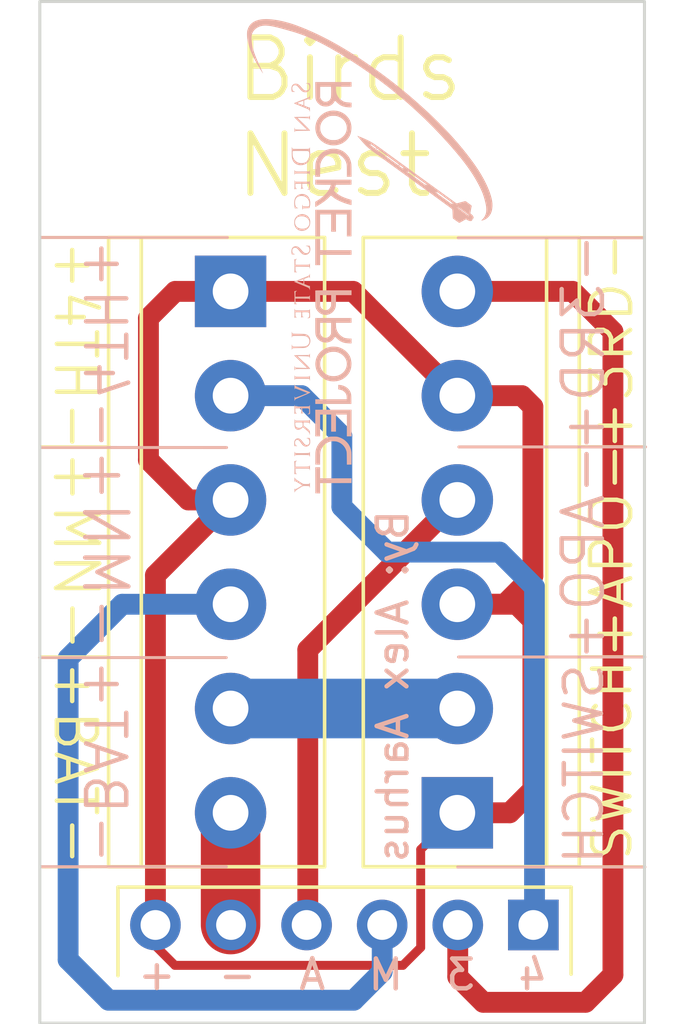
<source format=kicad_pcb>
(kicad_pcb (version 20221018) (generator pcbnew)
  (layers (0 "F.Cu" signal) (31 "B.Cu" signal) (34 "B.Paste" user) (35 "F.Paste" user) (36 "B.SilkS" user "B.Silkscreen") (37 "F.SilkS" user "F.Silkscreen") (38 "B.Mask" user) (39 "F.Mask" user) (44 "Edge.Cuts" user))
  (net 0 "")
  (net 1 "Power")
  (net 2 "GND")
  (net 3 "APO")
  (net 4 "Main")
  (net 5 "3rd")
  (net 6 "4th")
  (net 7 "Batt+")
  (footprint "TerminalBlock_Phoenix:TerminalBlock_Phoenix_PT-1,5-6-3.5-H_1x06_P3.50mm_Horizontal" (layer "F.Cu") (at 31.81 35.13 -90)
    (fp_text reference "J2" hide)
    (fp_text value "Screw_Terminal_01x06")
    (pad "1" thru_hole rect (at 0 0 270) (size 2.4 2.4) (drill 1.2) (layers "*.Cu" "*.Mask") (net 1 "Power"))
    (pad "2" thru_hole circle (at 3.5 0 270) (size 2.4 2.4) (drill 1.2) (layers "*.Cu" "*.Mask") (net 6 "4th"))
    (pad "3" thru_hole circle (at 7 0 270) (size 2.4 2.4) (drill 1.2) (layers "*.Cu" "*.Mask") (net 1 "Power"))
    (pad "4" thru_hole circle (at 10.5 0 270) (size 2.4 2.4) (drill 1.2) (layers "*.Cu" "*.Mask") (net 4 "Main"))
    (pad "5" thru_hole circle (at 14 0 270) (size 2.4 2.4) (drill 1.2) (layers "*.Cu" "*.Mask") (net 7 "Batt+"))
    (pad "6" thru_hole circle (at 17.5 0 270) (size 2.4 2.4) (drill 1.2) (layers "*.Cu" "*.Mask") (net 2 "GND"))
  )
  (footprint "MountingHole:MountingHole_3.2mm_M3" (layer "F.Cu") (at 29.21 29.21)
    (fp_text reference "H1" hide)
    (fp_text value "MountingHole")
    (pad "" np_thru_hole circle (at 0 0) (size 3.2 3.2) (drill 3.2) (layers "*.Cu" "*.Mask"))
  )
  (footprint "MountingHole:MountingHole_3.2mm_M3" (layer "F.Cu") (at 41.91 29.21)
    (fp_text reference "H2" hide)
    (fp_text value "MountingHole")
    (pad "" np_thru_hole circle (at 0 0) (size 3.2 3.2) (drill 3.2) (layers "*.Cu" "*.Mask"))
  )
  (footprint "TerminalBlock_Phoenix:TerminalBlock_Phoenix_PT-1,5-6-3.5-H_1x06_P3.50mm_Horizontal" (layer "F.Cu") (at 39.43 52.63 90)
    (fp_text reference "J3" hide)
    (fp_text value "Screw_Terminal_01x06")
    (pad "1" thru_hole rect (at 0 0 90) (size 2.4 2.4) (drill 1.2) (layers "*.Cu" "*.Mask") (net 1 "Power"))
    (pad "2" thru_hole circle (at 3.5 0 90) (size 2.4 2.4) (drill 1.2) (layers "*.Cu" "*.Mask") (net 7 "Batt+"))
    (pad "3" thru_hole circle (at 7 0 90) (size 2.4 2.4) (drill 1.2) (layers "*.Cu" "*.Mask") (net 1 "Power"))
    (pad "4" thru_hole circle (at 10.5 0 90) (size 2.4 2.4) (drill 1.2) (layers "*.Cu" "*.Mask") (net 3 "APO"))
    (pad "5" thru_hole circle (at 14 0 90) (size 2.4 2.4) (drill 1.2) (layers "*.Cu" "*.Mask") (net 1 "Power"))
    (pad "6" thru_hole circle (at 17.5 0 90) (size 2.4 2.4) (drill 1.2) (layers "*.Cu" "*.Mask") (net 5 "3rd"))
  )
  (footprint "Connector_PinHeader_2.54mm:PinHeader_1x06_P2.54mm_Horizontal" (layer "F.Cu") (at 41.985 56.395 -90)
    (fp_text reference "J1" hide)
    (fp_text value "Conn_01x06_Pin" hide)
    (pad "1" thru_hole rect (at 0 0 270) (size 1.7 1.7) (drill 1) (layers "*.Cu" "*.Mask") (net 6 "4th"))
    (pad "2" thru_hole oval (at 0 2.54 270) (size 1.7 1.7) (drill 1) (layers "*.Cu" "*.Mask") (net 5 "3rd"))
    (pad "3" thru_hole oval (at 0 5.08 270) (size 1.7 1.7) (drill 1) (layers "*.Cu" "*.Mask") (net 4 "Main"))
    (pad "4" thru_hole oval (at 0 7.62 270) (size 1.7 1.7) (drill 1) (layers "*.Cu" "*.Mask") (net 3 "APO"))
    (pad "5" thru_hole oval (at 0 10.16 270) (size 1.7 1.7) (drill 1) (layers "*.Cu" "*.Mask") (net 2 "GND"))
    (pad "6" thru_hole oval (at 0 12.7 270) (size 1.7 1.7) (drill 1) (layers "*.Cu" "*.Mask") (net 1 "Power"))
  )
  (footprint "LOGO:RP_Logo" (layer "B.Cu") (at 36.49 33.95 -90)
    (fp_text reference "G***" hide)
    (fp_text value "LOGO" hide)
  )
  (gr_line (start 39.48125 40.349999) (end 45.756251 40.35) (stroke (width 0.1)) (layer "B.SilkS"))
  (gr_line (start 39.46 33.33) (end 45.71875 33.330666) (stroke (width 0.1)) (layer "B.SilkS"))
  (gr_line (start 31.67 54.44) (end 25.4275 54.439334) (stroke (width 0.1)) (layer "B.SilkS"))
  (gr_line (start 31.705 33.32) (end 25.41 33.32) (stroke (width 0.1)) (layer "B.SilkS"))
  (gr_line (start 39.441249 54.45) (end 45.736251 54.45) (stroke (width 0.1)) (layer "B.SilkS"))
  (gr_line (start 31.675 40.37) (end 25.415 40.369333) (stroke (width 0.1)) (layer "B.SilkS"))
  (gr_line (start 39.47125 47.4) (end 45.73125 47.400667) (stroke (width 0.1)) (layer "B.SilkS"))
  (gr_line (start 31.665 47.420001) (end 25.389999 47.42) (stroke (width 0.1)) (layer "B.SilkS"))
  (gr_line (start 27.735 54.441) (end 25.485 54.45) (stroke (width 0.1)) (layer "F.SilkS"))
  (gr_line (start 45.69 54.438668) (end 43.53 54.44) (stroke (width 0.1)) (layer "F.SilkS"))
  (gr_line (start 27.725 47.392332) (end 25.415 47.392332) (stroke (width 0.1)) (layer "F.SilkS"))
  (gr_line (start 27.745 40.343666) (end 25.435 40.343666) (stroke (width 0.1)) (layer "F.SilkS"))
  (gr_line (start 45.7 40.341334) (end 43.53 40.34) (stroke (width 0.1)) (layer "F.SilkS"))
  (gr_line (start 45.665 33.317668) (end 43.53 33.319) (stroke (width 0.1)) (layer "F.SilkS"))
  (gr_line (start 45.68 47.39) (end 43.55 47.39) (stroke (width 0.1)) (layer "F.SilkS"))
  (gr_line (start 27.71 33.32) (end 25.41 33.32) (stroke (width 0.1)) (layer "F.SilkS"))
  (gr_rect (start 25.4 25.4) (end 45.72 59.69) (stroke (width 0.1)) (fill none) (layer "Edge.Cuts"))
  (gr_text "By: Alex Aarhus" (at 37.85 42.38 90) (layer "B.SilkS") (effects (font (size 1 1)) (justify left bottom mirror)))
  (gr_text "-" (at 32.757523 58.65) (layer "B.SilkS") (effects (font (size 1 1)) (justify left bottom mirror)))
  (gr_text "3" (at 40.118188 58.65) (layer "B.SilkS") (effects (font (size 1 1)) (justify left bottom mirror)))
  (gr_text "SWITCH" (at 44.4185 47.53 90) (layer "B.SilkS") (effects (font (size 1.25 1.25)) (justify left bottom mirror)))
  (gr_text "-MN+" (at 26.7385 47.27 270) (layer "B.SilkS") (effects (font (size 1.45 1.45)) (justify left bottom mirror)))
  (gr_text "-APO+" (at 44.46 40.170665 90) (layer "B.SilkS") (effects (font (size 1.35 1.35)) (justify left bottom mirror)))
  (gr_text "+" (at 30.05 58.64) (layer "B.SilkS") (effects (font (size 1 1)) (justify left bottom mirror)))
  (gr_text "-BAT+" (at 26.78 54.45 270) (layer "B.SilkS") (effects (font (size 1.35 1.35)) (justify left bottom mirror)))
  (gr_text "4" (at 42.54 58.65) (layer "B.SilkS") (effects (font (size 1 1)) (justify left bottom mirror)))
  (gr_text "M" (at 37.696379 58.65) (layer "B.SilkS") (effects (font (size 1 1)) (justify left bottom mirror)))
  (gr_text "-4TH+" (at 26.78 40.54 270) (layer "B.SilkS") (effects (font (size 1.35 1.35)) (justify left bottom mirror)))
  (gr_text "-3RD+" (at 44.46 33.09 90) (layer "B.SilkS") (effects (font (size 1.35 1.35)) (justify left bottom mirror)))
  (gr_text "A\n" (at 35.084094 58.64) (layer "B.SilkS") (effects (font (size 1 1)) (justify left bottom mirror)))
  (gr_text "+BAT-" (at 25.8 47.43 270) (layer "F.SilkS") (effects (font (size 1.35 1.35)) (justify left bottom)))
  (gr_text "+3RD-" (at 45.41 40.57 90) (layer "F.SilkS") (effects (font (size 1.35 1.35)) (justify left bottom)))
  (gr_text "+4TH-" (at 25.8 33.32 270) (layer "F.SilkS") (effects (font (size 1.35 1.35)) (justify left bottom)))
  (gr_text "SWITCH" (at 45.3685 54.319999 90) (layer "F.SilkS") (effects (font (size 1.25 1.25)) (justify left bottom)))
  (gr_text "+APO-" (at 45.41 47.558453 90) (layer "F.SilkS") (effects (font (size 1.35 1.35)) (justify left bottom)))
  (gr_text "Birds\nNest" (at 31.87 32.08) (layer "F.SilkS") (effects (font (size 2 2) (thickness 0.2)) (justify left bottom)))
  (gr_text "+MN-" (at 25.7585 40.36 270) (layer "F.SilkS") (effects (font (size 1.45 1.45)) (justify left bottom)))
  (segment (start 39.43 52.63) (end 41.19 52.63) (width 0.7) (layer "F.Cu") (net 1))
  (segment (start 31.81 35.13) (end 35.93 35.13) (width 0.7) (layer "F.Cu") (net 1))
  (segment (start 29.05 40.79) (end 30.39 42.13) (width 0.7) (layer "F.Cu") (net 1))
  (segment (start 29.285 44.655) (end 29.285 56.395) (width 0.7) (layer "F.Cu") (net 1))
  (segment (start 41.6 38.63) (end 41.97 39) (width 0.7) (layer "F.Cu") (net 1))
  (segment (start 38.2 57.15) (end 37.6 57.75) (width 0.3) (layer "F.Cu") (net 1))
  (segment (start 41.97 39) (end 41.97 44.68) (width 0.7) (layer "F.Cu") (net 1))
  (segment (start 37.6 57.75) (end 29.94 57.75) (width 0.3) (layer "F.Cu") (net 1))
  (segment (start 41.02 45.63) (end 39.43 45.63) (width 0.7) (layer "F.Cu") (net 1))
  (segment (start 41.19 52.63) (end 41.97 51.85) (width 0.7) (layer "F.Cu") (net 1))
  (segment (start 31.81 35.13) (end 29.95 35.13) (width 0.7) (layer "F.Cu") (net 1))
  (segment (start 41.97 46.18) (end 41.42 45.63) (width 0.7) (layer "F.Cu") (net 1))
  (segment (start 29.95 35.13) (end 29.05 36.03) (width 0.7) (layer "F.Cu") (net 1))
  (segment (start 39.43 52.63) (end 38.2 53.86) (width 0.3) (layer "F.Cu") (net 1))
  (segment (start 29.05 36.03) (end 29.05 40.79) (width 0.7) (layer "F.Cu") (net 1))
  (segment (start 31.81 42.13) (end 29.285 44.655) (width 0.7) (layer "F.Cu") (net 1))
  (segment (start 35.93 35.13) (end 39.43 38.63) (width 0.7) (layer "F.Cu") (net 1))
  (segment (start 39.43 38.63) (end 41.6 38.63) (width 0.7) (layer "F.Cu") (net 1))
  (segment (start 30.39 42.13) (end 31.81 42.13) (width 0.7) (layer "F.Cu") (net 1))
  (segment (start 41.97 44.68) (end 41.02 45.63) (width 0.7) (layer "F.Cu") (net 1))
  (segment (start 29.285 57.095) (end 29.285 56.395) (width 0.3) (layer "F.Cu") (net 1))
  (segment (start 41.42 45.63) (end 39.43 45.63) (width 0.7) (layer "F.Cu") (net 1))
  (segment (start 38.2 53.86) (end 38.2 57.15) (width 0.3) (layer "F.Cu") (net 1))
  (segment (start 41.97 51.85) (end 41.97 46.18) (width 0.7) (layer "F.Cu") (net 1))
  (segment (start 29.94 57.75) (end 29.285 57.095) (width 0.3) (layer "F.Cu") (net 1))
  (segment (start 29.285 56.865) (end 29.325 56.905) (width 0.7) (layer "F.Cu") (net 1))
  (segment (start 31.81 52.63) (end 31.81 56.38) (width 2) (layer "F.Cu") (net 2))
  (segment (start 31.81 56.38) (end 31.825 56.395) (width 1) (layer "F.Cu") (net 2))
  (segment (start 34.405 56.355) (end 34.365 56.395) (width 0.7) (layer "F.Cu") (net 3))
  (segment (start 34.405 47.155) (end 34.405 56.355) (width 0.7) (layer "F.Cu") (net 3))
  (segment (start 39.43 42.13) (end 34.405 47.155) (width 0.7) (layer "F.Cu") (net 3))
  (segment (start 26.35 57.56) (end 26.35 47.45) (width 0.7) (layer "B.Cu") (net 4))
  (segment (start 27.71 58.92) (end 26.35 57.56) (width 0.7) (layer "B.Cu") (net 4))
  (segment (start 28.17 45.63) (end 31.81 45.63) (width 0.7) (layer "B.Cu") (net 4))
  (segment (start 36.905 56.395) (end 36.905 57.965) (width 0.7) (layer "B.Cu") (net 4))
  (segment (start 36.905 57.965) (end 35.95 58.92) (width 0.7) (layer "B.Cu") (net 4))
  (segment (start 35.95 58.92) (end 27.71 58.92) (width 0.7) (layer "B.Cu") (net 4))
  (segment (start 26.35 47.45) (end 28.17 45.63) (width 0.7) (layer "B.Cu") (net 4))
  (segment (start 43.31 35.13) (end 44.66 36.48) (width 0.7) (layer "F.Cu") (net 5))
  (segment (start 44.66 36.48) (end 44.66 58.07) (width 0.7) (layer "F.Cu") (net 5))
  (segment (start 43.74 58.99) (end 40.3 58.99) (width 0.7) (layer "F.Cu") (net 5))
  (segment (start 40.3 58.99) (end 39.445 58.135) (width 0.7) (layer "F.Cu") (net 5))
  (segment (start 39.43 35.13) (end 43.31 35.13) (width 0.7) (layer "F.Cu") (net 5))
  (segment (start 44.66 58.07) (end 43.74 58.99) (width 0.7) (layer "F.Cu") (net 5))
  (segment (start 39.445 58.135) (end 39.445 56.395) (width 0.7) (layer "F.Cu") (net 5))
  (segment (start 42.025 45.055) (end 40.85 43.88) (width 0.7) (layer "B.Cu") (net 6))
  (segment (start 41.985 56.395) (end 42.025 56.355) (width 0.7) (layer "B.Cu") (net 6))
  (segment (start 42.025 56.355) (end 42.025 45.055) (width 0.7) (layer "B.Cu") (net 6))
  (segment (start 40.85 43.88) (end 37.07 43.88) (width 0.7) (layer "B.Cu") (net 6))
  (segment (start 35.55 42.36) (end 35.55 39.98) (width 0.7) (layer "B.Cu") (net 6))
  (segment (start 34.2 38.63) (end 31.81 38.63) (width 0.7) (layer "B.Cu") (net 6))
  (segment (start 35.55 39.98) (end 34.2 38.63) (width 0.7) (layer "B.Cu") (net 6))
  (segment (start 37.07 43.88) (end 35.55 42.36) (width 0.7) (layer "B.Cu") (net 6))
  (segment (start 31.81 49.13) (end 39.43 49.13) (width 2) (layer "B.Cu") (net 7))
)
</source>
